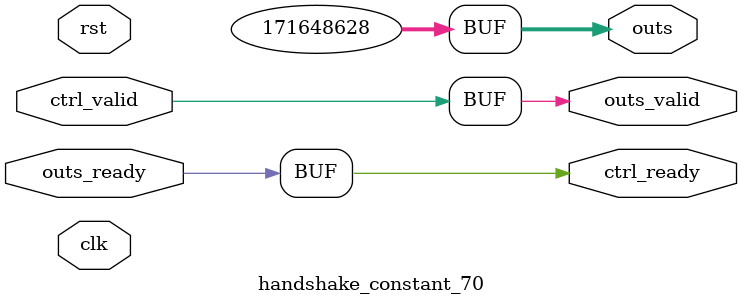
<source format=v>
`timescale 1ns / 1ps
module handshake_constant_70 #(
  parameter DATA_WIDTH = 32  // Default set to 32 bits
) (
  input                       clk,
  input                       rst,
  // Input Channel
  input                       ctrl_valid,
  output                      ctrl_ready,
  // Output Channel
  output [DATA_WIDTH - 1 : 0] outs,
  output                      outs_valid,
  input                       outs_ready
);
  assign outs       = 29'b01010001110110010011001110100;
  assign outs_valid = ctrl_valid;
  assign ctrl_ready = outs_ready;

endmodule

</source>
